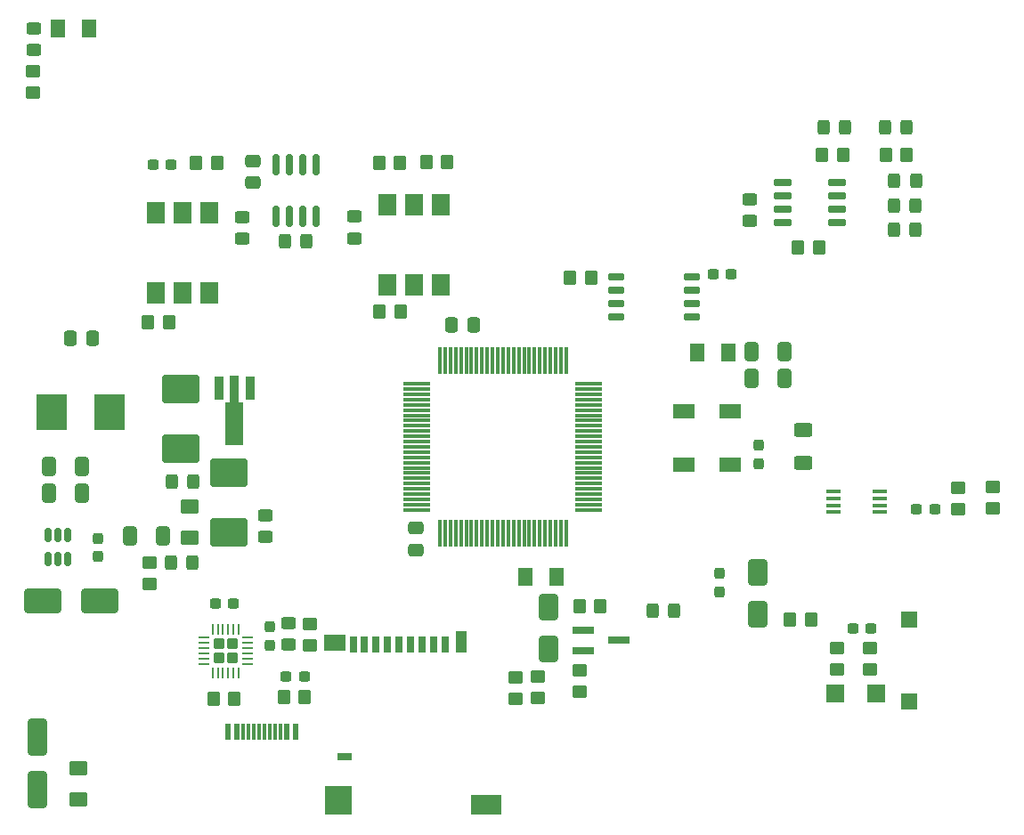
<source format=gbr>
%TF.GenerationSoftware,KiCad,Pcbnew,(7.0.0)*%
%TF.CreationDate,2025-01-08T17:10:47+03:30*%
%TF.ProjectId,logger,6c6f6767-6572-42e6-9b69-6361645f7063,rev?*%
%TF.SameCoordinates,Original*%
%TF.FileFunction,Paste,Top*%
%TF.FilePolarity,Positive*%
%FSLAX46Y46*%
G04 Gerber Fmt 4.6, Leading zero omitted, Abs format (unit mm)*
G04 Created by KiCad (PCBNEW (7.0.0)) date 2025-01-08 17:10:47*
%MOMM*%
%LPD*%
G01*
G04 APERTURE LIST*
G04 Aperture macros list*
%AMRoundRect*
0 Rectangle with rounded corners*
0 $1 Rounding radius*
0 $2 $3 $4 $5 $6 $7 $8 $9 X,Y pos of 4 corners*
0 Add a 4 corners polygon primitive as box body*
4,1,4,$2,$3,$4,$5,$6,$7,$8,$9,$2,$3,0*
0 Add four circle primitives for the rounded corners*
1,1,$1+$1,$2,$3*
1,1,$1+$1,$4,$5*
1,1,$1+$1,$6,$7*
1,1,$1+$1,$8,$9*
0 Add four rect primitives between the rounded corners*
20,1,$1+$1,$2,$3,$4,$5,0*
20,1,$1+$1,$4,$5,$6,$7,0*
20,1,$1+$1,$6,$7,$8,$9,0*
20,1,$1+$1,$8,$9,$2,$3,0*%
%AMFreePoly0*
4,1,9,5.362500,-0.866500,1.237500,-0.866500,1.237500,-0.450000,-1.237500,-0.450000,-1.237500,0.450000,1.237500,0.450000,1.237500,0.866500,5.362500,0.866500,5.362500,-0.866500,5.362500,-0.866500,$1*%
G04 Aperture macros list end*
%ADD10RoundRect,0.250000X0.350000X0.450000X-0.350000X0.450000X-0.350000X-0.450000X0.350000X-0.450000X0*%
%ADD11R,2.000000X0.700000*%
%ADD12RoundRect,0.250000X-0.350000X-0.450000X0.350000X-0.450000X0.350000X0.450000X-0.350000X0.450000X0*%
%ADD13RoundRect,0.250000X-1.500000X-0.900000X1.500000X-0.900000X1.500000X0.900000X-1.500000X0.900000X0*%
%ADD14RoundRect,0.250000X-0.337500X-0.475000X0.337500X-0.475000X0.337500X0.475000X-0.337500X0.475000X0*%
%ADD15RoundRect,0.237500X-0.300000X-0.237500X0.300000X-0.237500X0.300000X0.237500X-0.300000X0.237500X0*%
%ADD16R,1.780000X2.000000*%
%ADD17RoundRect,0.150000X0.150000X-0.825000X0.150000X0.825000X-0.150000X0.825000X-0.150000X-0.825000X0*%
%ADD18RoundRect,0.250000X-0.450000X0.325000X-0.450000X-0.325000X0.450000X-0.325000X0.450000X0.325000X0*%
%ADD19R,0.600000X1.600000*%
%ADD20R,0.300000X1.600000*%
%ADD21R,0.600000X1.240000*%
%ADD22RoundRect,0.237500X-0.237500X0.300000X-0.237500X-0.300000X0.237500X-0.300000X0.237500X0.300000X0*%
%ADD23RoundRect,0.250000X0.650000X-1.000000X0.650000X1.000000X-0.650000X1.000000X-0.650000X-1.000000X0*%
%ADD24RoundRect,0.250000X-0.412500X-0.650000X0.412500X-0.650000X0.412500X0.650000X-0.412500X0.650000X0*%
%ADD25RoundRect,0.250001X0.624999X-0.462499X0.624999X0.462499X-0.624999X0.462499X-0.624999X-0.462499X0*%
%ADD26RoundRect,0.250000X-0.325000X-0.450000X0.325000X-0.450000X0.325000X0.450000X-0.325000X0.450000X0*%
%ADD27RoundRect,0.250000X-0.450000X0.350000X-0.450000X-0.350000X0.450000X-0.350000X0.450000X0.350000X0*%
%ADD28RoundRect,0.250000X0.275000X-0.275000X0.275000X0.275000X-0.275000X0.275000X-0.275000X-0.275000X0*%
%ADD29RoundRect,0.062500X0.062500X-0.487500X0.062500X0.487500X-0.062500X0.487500X-0.062500X-0.487500X0*%
%ADD30RoundRect,0.062500X0.487500X-0.062500X0.487500X0.062500X-0.487500X0.062500X-0.487500X-0.062500X0*%
%ADD31R,0.900000X2.300000*%
%ADD32FreePoly0,270.000000*%
%ADD33RoundRect,0.250001X-0.462499X-0.624999X0.462499X-0.624999X0.462499X0.624999X-0.462499X0.624999X0*%
%ADD34R,1.700000X1.700000*%
%ADD35RoundRect,0.075000X1.225000X0.075000X-1.225000X0.075000X-1.225000X-0.075000X1.225000X-0.075000X0*%
%ADD36RoundRect,0.075000X0.075000X1.225000X-0.075000X1.225000X-0.075000X-1.225000X0.075000X-1.225000X0*%
%ADD37RoundRect,0.250000X0.475000X-0.337500X0.475000X0.337500X-0.475000X0.337500X-0.475000X-0.337500X0*%
%ADD38RoundRect,0.250000X0.625000X-0.400000X0.625000X0.400000X-0.625000X0.400000X-0.625000X-0.400000X0*%
%ADD39R,0.700000X1.600000*%
%ADD40R,1.350000X0.800000*%
%ADD41R,2.000000X1.500000*%
%ADD42R,2.500000X2.800000*%
%ADD43R,1.000000X2.000000*%
%ADD44R,3.000000X1.900000*%
%ADD45R,3.000000X3.500000*%
%ADD46RoundRect,0.150000X-0.650000X-0.150000X0.650000X-0.150000X0.650000X0.150000X-0.650000X0.150000X0*%
%ADD47R,1.450000X0.450000*%
%ADD48RoundRect,0.250000X0.412500X0.650000X-0.412500X0.650000X-0.412500X-0.650000X0.412500X-0.650000X0*%
%ADD49RoundRect,0.250000X-0.650000X1.500000X-0.650000X-1.500000X0.650000X-1.500000X0.650000X1.500000X0*%
%ADD50RoundRect,0.250000X0.450000X-0.325000X0.450000X0.325000X-0.450000X0.325000X-0.450000X-0.325000X0*%
%ADD51RoundRect,0.150000X-0.150000X0.512500X-0.150000X-0.512500X0.150000X-0.512500X0.150000X0.512500X0*%
%ADD52RoundRect,0.250000X-0.650000X1.000000X-0.650000X-1.000000X0.650000X-1.000000X0.650000X1.000000X0*%
%ADD53RoundRect,0.250000X0.325000X0.450000X-0.325000X0.450000X-0.325000X-0.450000X0.325000X-0.450000X0*%
%ADD54RoundRect,0.250000X0.450000X-0.350000X0.450000X0.350000X-0.450000X0.350000X-0.450000X-0.350000X0*%
%ADD55RoundRect,0.250000X1.500000X-1.112500X1.500000X1.112500X-1.500000X1.112500X-1.500000X-1.112500X0*%
%ADD56RoundRect,0.250001X0.462499X0.624999X-0.462499X0.624999X-0.462499X-0.624999X0.462499X-0.624999X0*%
%ADD57RoundRect,0.250000X0.337500X0.475000X-0.337500X0.475000X-0.337500X-0.475000X0.337500X-0.475000X0*%
%ADD58R,2.000000X1.400000*%
%ADD59RoundRect,0.250000X-0.475000X0.337500X-0.475000X-0.337500X0.475000X-0.337500X0.475000X0.337500X0*%
%ADD60R,1.500000X1.500000*%
%ADD61RoundRect,0.237500X0.237500X-0.300000X0.237500X0.300000X-0.237500X0.300000X-0.237500X-0.300000X0*%
%ADD62RoundRect,0.150000X0.725000X0.150000X-0.725000X0.150000X-0.725000X-0.150000X0.725000X-0.150000X0*%
%ADD63RoundRect,0.250000X-1.500000X1.112500X-1.500000X-1.112500X1.500000X-1.112500X1.500000X1.112500X0*%
G04 APERTURE END LIST*
D10*
%TO.C,R1*%
X252005000Y-101545000D03*
X250005000Y-101545000D03*
%TD*%
D11*
%TO.C,Q1*%
X230324999Y-102574999D03*
X230324999Y-104474999D03*
X233724999Y-103524999D03*
%TD*%
D12*
%TO.C,R5*%
X229087500Y-69020000D03*
X231087500Y-69020000D03*
%TD*%
D13*
%TO.C,D3*%
X178965000Y-99775000D03*
X184365000Y-99775000D03*
%TD*%
D12*
%TO.C,R21*%
X250775000Y-66150000D03*
X252775000Y-66150000D03*
%TD*%
D14*
%TO.C,C11*%
X217862500Y-73525000D03*
X219937500Y-73525000D03*
%TD*%
D15*
%TO.C,C17*%
X256012500Y-102375000D03*
X257737500Y-102375000D03*
%TD*%
D16*
%TO.C,U15*%
X216789999Y-62064999D03*
X214249999Y-62064999D03*
X211709999Y-62064999D03*
X211709999Y-69684999D03*
X214249999Y-69684999D03*
X216789999Y-69684999D03*
%TD*%
D17*
%TO.C,U5*%
X201120000Y-63200000D03*
X202390000Y-63200000D03*
X203660000Y-63200000D03*
X204930000Y-63200000D03*
X204930000Y-58250000D03*
X203660000Y-58250000D03*
X202390000Y-58250000D03*
X201120000Y-58250000D03*
%TD*%
D18*
%TO.C,D7*%
X197885000Y-63250000D03*
X197885000Y-65300000D03*
%TD*%
D16*
%TO.C,U8*%
X189684999Y-70469999D03*
X192224999Y-70469999D03*
X194764999Y-70469999D03*
X194764999Y-62849999D03*
X192224999Y-62849999D03*
X189684999Y-62849999D03*
%TD*%
D19*
%TO.C,J6*%
X196579999Y-112209999D03*
X197379999Y-112209999D03*
D20*
X198529999Y-112209999D03*
X199529999Y-112209999D03*
X200029999Y-112209999D03*
X201029999Y-112209999D03*
D19*
X202179999Y-112209999D03*
X202979999Y-112209999D03*
D21*
X202979999Y-112389999D03*
X202179999Y-112389999D03*
D20*
X201529999Y-112209999D03*
X200529999Y-112209999D03*
X199029999Y-112209999D03*
X198029999Y-112209999D03*
D21*
X197379999Y-112389999D03*
X196579999Y-112389999D03*
%TD*%
D22*
%TO.C,C38*%
X243335000Y-97182500D03*
X243335000Y-98907500D03*
%TD*%
D23*
%TO.C,D15*%
X227025000Y-104350000D03*
X227025000Y-100350000D03*
%TD*%
D12*
%TO.C,R22*%
X253075000Y-57350000D03*
X255075000Y-57350000D03*
%TD*%
D24*
%TO.C,C6*%
X246342500Y-76085000D03*
X249467500Y-76085000D03*
%TD*%
D15*
%TO.C,C33*%
X195387500Y-100025000D03*
X197112500Y-100025000D03*
%TD*%
D25*
%TO.C,J4*%
X182315000Y-118652500D03*
X182315000Y-115677500D03*
%TD*%
D26*
%TO.C,D14*%
X259925000Y-59850000D03*
X261975000Y-59850000D03*
%TD*%
D27*
%TO.C,R27*%
X230000000Y-106400000D03*
X230000000Y-108400000D03*
%TD*%
D28*
%TO.C,U1*%
X195700000Y-105175000D03*
X197000000Y-105175000D03*
X195700000Y-103875000D03*
X197000000Y-103875000D03*
D29*
X195100000Y-106600000D03*
X195600000Y-106600000D03*
X196100000Y-106600000D03*
X196600000Y-106600000D03*
X197100000Y-106600000D03*
X197600000Y-106600000D03*
D30*
X198425000Y-105775000D03*
X198425000Y-105275000D03*
X198425000Y-104775000D03*
X198425000Y-104275000D03*
X198425000Y-103775000D03*
X198425000Y-103275000D03*
D29*
X197600000Y-102450000D03*
X197100000Y-102450000D03*
X196600000Y-102450000D03*
X196100000Y-102450000D03*
X195600000Y-102450000D03*
X195100000Y-102450000D03*
D30*
X194275000Y-103275000D03*
X194275000Y-103775000D03*
X194275000Y-104275000D03*
X194275000Y-104775000D03*
X194275000Y-105275000D03*
X194275000Y-105775000D03*
%TD*%
D26*
%TO.C,D12*%
X259870000Y-64485000D03*
X261920000Y-64485000D03*
%TD*%
D31*
%TO.C,U10*%
X198699999Y-79574999D03*
D32*
X197200000Y-79662500D03*
D31*
X195699999Y-79574999D03*
%TD*%
D33*
%TO.C,F1*%
X180387500Y-45350000D03*
X183362500Y-45350000D03*
%TD*%
D34*
%TO.C,D2*%
X254274999Y-108614999D03*
X258174999Y-108614999D03*
%TD*%
D26*
%TO.C,D13*%
X259900000Y-62220000D03*
X261950000Y-62220000D03*
%TD*%
D35*
%TO.C,U3*%
X230900000Y-91125000D03*
X230900000Y-90625000D03*
X230900000Y-90125000D03*
X230900000Y-89625000D03*
X230900000Y-89125000D03*
X230900000Y-88625000D03*
X230900000Y-88125000D03*
X230900000Y-87625000D03*
X230900000Y-87125000D03*
X230900000Y-86625000D03*
X230900000Y-86125000D03*
X230900000Y-85625000D03*
X230900000Y-85125000D03*
X230900000Y-84625000D03*
X230900000Y-84125000D03*
X230900000Y-83625000D03*
X230900000Y-83125000D03*
X230900000Y-82625000D03*
X230900000Y-82125000D03*
X230900000Y-81625000D03*
X230900000Y-81125000D03*
X230900000Y-80625000D03*
X230900000Y-80125000D03*
X230900000Y-79625000D03*
X230900000Y-79125000D03*
D36*
X228725000Y-76950000D03*
X228225000Y-76950000D03*
X227725000Y-76950000D03*
X227225000Y-76950000D03*
X226725000Y-76950000D03*
X226225000Y-76950000D03*
X225725000Y-76950000D03*
X225225000Y-76950000D03*
X224725000Y-76950000D03*
X224225000Y-76950000D03*
X223725000Y-76950000D03*
X223225000Y-76950000D03*
X222725000Y-76950000D03*
X222225000Y-76950000D03*
X221725000Y-76950000D03*
X221225000Y-76950000D03*
X220725000Y-76950000D03*
X220225000Y-76950000D03*
X219725000Y-76950000D03*
X219225000Y-76950000D03*
X218725000Y-76950000D03*
X218225000Y-76950000D03*
X217725000Y-76950000D03*
X217225000Y-76950000D03*
X216725000Y-76950000D03*
D35*
X214550000Y-79125000D03*
X214550000Y-79625000D03*
X214550000Y-80125000D03*
X214550000Y-80625000D03*
X214550000Y-81125000D03*
X214550000Y-81625000D03*
X214550000Y-82125000D03*
X214550000Y-82625000D03*
X214550000Y-83125000D03*
X214550000Y-83625000D03*
X214550000Y-84125000D03*
X214550000Y-84625000D03*
X214550000Y-85125000D03*
X214550000Y-85625000D03*
X214550000Y-86125000D03*
X214550000Y-86625000D03*
X214550000Y-87125000D03*
X214550000Y-87625000D03*
X214550000Y-88125000D03*
X214550000Y-88625000D03*
X214550000Y-89125000D03*
X214550000Y-89625000D03*
X214550000Y-90125000D03*
X214550000Y-90625000D03*
X214550000Y-91125000D03*
D36*
X216725000Y-93300000D03*
X217225000Y-93300000D03*
X217725000Y-93300000D03*
X218225000Y-93300000D03*
X218725000Y-93300000D03*
X219225000Y-93300000D03*
X219725000Y-93300000D03*
X220225000Y-93300000D03*
X220725000Y-93300000D03*
X221225000Y-93300000D03*
X221725000Y-93300000D03*
X222225000Y-93300000D03*
X222725000Y-93300000D03*
X223225000Y-93300000D03*
X223725000Y-93300000D03*
X224225000Y-93300000D03*
X224725000Y-93300000D03*
X225225000Y-93300000D03*
X225725000Y-93300000D03*
X226225000Y-93300000D03*
X226725000Y-93300000D03*
X227225000Y-93300000D03*
X227725000Y-93300000D03*
X228225000Y-93300000D03*
X228725000Y-93300000D03*
%TD*%
D37*
%TO.C,C36*%
X198950000Y-59987500D03*
X198950000Y-57912500D03*
%TD*%
D38*
%TO.C,R32*%
X251255000Y-86635000D03*
X251255000Y-83535000D03*
%TD*%
D39*
%TO.C,J3*%
X217224999Y-103899999D03*
X216124999Y-103899999D03*
X215024999Y-103899999D03*
X213924999Y-103899999D03*
X212824999Y-103899999D03*
X211724999Y-103899999D03*
X210624999Y-103899999D03*
X209524999Y-103899999D03*
X208474999Y-103899999D03*
D40*
X207624999Y-114599999D03*
D41*
X206749999Y-103774999D03*
D42*
X207049999Y-118749999D03*
D43*
X218774999Y-103699999D03*
D44*
X221124999Y-119199999D03*
%TD*%
D27*
%TO.C,R50*%
X266015000Y-89015000D03*
X266015000Y-91015000D03*
%TD*%
D45*
%TO.C,L2*%
X179799999Y-81824999D03*
X185299999Y-81824999D03*
%TD*%
D46*
%TO.C,U11*%
X233450000Y-68945000D03*
X233450000Y-70215000D03*
X233450000Y-71485000D03*
X233450000Y-72755000D03*
X240650000Y-72755000D03*
X240650000Y-71485000D03*
X240650000Y-70215000D03*
X240650000Y-68945000D03*
%TD*%
D47*
%TO.C,U12*%
X258504999Y-91329999D03*
X258504999Y-90679999D03*
X258504999Y-90029999D03*
X258504999Y-89379999D03*
X254104999Y-89379999D03*
X254104999Y-90029999D03*
X254104999Y-90679999D03*
X254104999Y-91329999D03*
%TD*%
D48*
%TO.C,C23*%
X190367500Y-93615000D03*
X187242500Y-93615000D03*
%TD*%
D24*
%TO.C,C24*%
X179562500Y-89525000D03*
X182687500Y-89525000D03*
%TD*%
D49*
%TO.C,D19*%
X178485000Y-112717500D03*
X178485000Y-117717500D03*
%TD*%
D50*
%TO.C,D22*%
X178075000Y-47375000D03*
X178075000Y-45325000D03*
%TD*%
D51*
%TO.C,U2*%
X181337500Y-93500000D03*
X180387500Y-93500000D03*
X179437500Y-93500000D03*
X179437500Y-95775000D03*
X180387500Y-95775000D03*
X181337500Y-95775000D03*
%TD*%
D50*
%TO.C,C44*%
X202335000Y-103965000D03*
X202335000Y-101915000D03*
%TD*%
D52*
%TO.C,D1*%
X246945000Y-97057500D03*
X246945000Y-101057500D03*
%TD*%
D10*
%TO.C,R30*%
X203875000Y-108950000D03*
X201875000Y-108950000D03*
%TD*%
D53*
%TO.C,R7*%
X193160000Y-96155000D03*
X191110000Y-96155000D03*
%TD*%
D26*
%TO.C,C28*%
X201950000Y-65550000D03*
X204000000Y-65550000D03*
%TD*%
%TO.C,R20*%
X253200000Y-54750000D03*
X255250000Y-54750000D03*
%TD*%
D27*
%TO.C,R38*%
X178000000Y-49425000D03*
X178000000Y-51425000D03*
%TD*%
D15*
%TO.C,C43*%
X242687500Y-68675000D03*
X244412500Y-68675000D03*
%TD*%
D54*
%TO.C,R3*%
X257645000Y-106275000D03*
X257645000Y-104275000D03*
%TD*%
D15*
%TO.C,C22*%
X202112500Y-106975000D03*
X203837500Y-106975000D03*
%TD*%
D54*
%TO.C,R33*%
X204355000Y-103995000D03*
X204355000Y-101995000D03*
%TD*%
D10*
%TO.C,R34*%
X195525000Y-58150000D03*
X193525000Y-58150000D03*
%TD*%
%TO.C,R44*%
X190975000Y-73250000D03*
X188975000Y-73250000D03*
%TD*%
D18*
%TO.C,C14*%
X200125000Y-91625000D03*
X200125000Y-93675000D03*
%TD*%
D55*
%TO.C,C12*%
X192075000Y-85312500D03*
X192075000Y-79587500D03*
%TD*%
D56*
%TO.C,J5*%
X227812500Y-97475000D03*
X224837500Y-97475000D03*
%TD*%
D27*
%TO.C,R9*%
X189085000Y-96175000D03*
X189085000Y-98175000D03*
%TD*%
D53*
%TO.C,R18*%
X261100000Y-54750000D03*
X259050000Y-54750000D03*
%TD*%
D25*
%TO.C,J1*%
X192895000Y-93782500D03*
X192895000Y-90807500D03*
%TD*%
D57*
%TO.C,C39*%
X183662500Y-74775000D03*
X181587500Y-74775000D03*
%TD*%
D58*
%TO.C,X1*%
X244279999Y-86819999D03*
X244279999Y-81739999D03*
X239879999Y-81739999D03*
X239879999Y-86819999D03*
%TD*%
D59*
%TO.C,C10*%
X214400000Y-92837500D03*
X214400000Y-94912500D03*
%TD*%
D60*
%TO.C,SW2*%
X261354999Y-109374999D03*
X261354999Y-101574999D03*
%TD*%
D24*
%TO.C,C26*%
X179587500Y-87025000D03*
X182712500Y-87025000D03*
%TD*%
D53*
%TO.C,C13*%
X193250000Y-88450000D03*
X191200000Y-88450000D03*
%TD*%
D61*
%TO.C,C21*%
X184187500Y-95562500D03*
X184187500Y-93837500D03*
%TD*%
D12*
%TO.C,R48*%
X211000000Y-72300000D03*
X213000000Y-72300000D03*
%TD*%
D10*
%TO.C,R47*%
X217425000Y-58025000D03*
X215425000Y-58025000D03*
%TD*%
D24*
%TO.C,C9*%
X246367500Y-78610000D03*
X249492500Y-78610000D03*
%TD*%
D10*
%TO.C,R31*%
X197175000Y-109125000D03*
X195175000Y-109125000D03*
%TD*%
D22*
%TO.C,C42*%
X200545000Y-102272500D03*
X200545000Y-103997500D03*
%TD*%
D54*
%TO.C,R2*%
X254515000Y-106275000D03*
X254515000Y-104275000D03*
%TD*%
D15*
%TO.C,C34*%
X189462500Y-58250000D03*
X191187500Y-58250000D03*
%TD*%
D61*
%TO.C,C20*%
X247070000Y-86712500D03*
X247070000Y-84987500D03*
%TD*%
D18*
%TO.C,C29*%
X246225000Y-61570000D03*
X246225000Y-63620000D03*
%TD*%
D10*
%TO.C,R26*%
X232000000Y-100275000D03*
X230000000Y-100275000D03*
%TD*%
D53*
%TO.C,D4*%
X238967500Y-100675000D03*
X236917500Y-100675000D03*
%TD*%
D18*
%TO.C,D8*%
X208585000Y-63232500D03*
X208585000Y-65282500D03*
%TD*%
D54*
%TO.C,R29*%
X223900000Y-109075000D03*
X223900000Y-107075000D03*
%TD*%
D10*
%TO.C,R37*%
X212950000Y-58100000D03*
X210950000Y-58100000D03*
%TD*%
D62*
%TO.C,U6*%
X254455000Y-63765000D03*
X254455000Y-62495000D03*
X254455000Y-61225000D03*
X254455000Y-59955000D03*
X249305000Y-59955000D03*
X249305000Y-61225000D03*
X249305000Y-62495000D03*
X249305000Y-63765000D03*
%TD*%
D12*
%TO.C,R17*%
X259125000Y-57350000D03*
X261125000Y-57350000D03*
%TD*%
D27*
%TO.C,R49*%
X269285000Y-88965000D03*
X269285000Y-90965000D03*
%TD*%
D63*
%TO.C,C15*%
X196625000Y-87562500D03*
X196625000Y-93287500D03*
%TD*%
D54*
%TO.C,R28*%
X226075000Y-109000000D03*
X226075000Y-107000000D03*
%TD*%
D15*
%TO.C,C45*%
X262055000Y-91075000D03*
X263780000Y-91075000D03*
%TD*%
D56*
%TO.C,FB1*%
X244192500Y-76145000D03*
X241217500Y-76145000D03*
%TD*%
M02*

</source>
